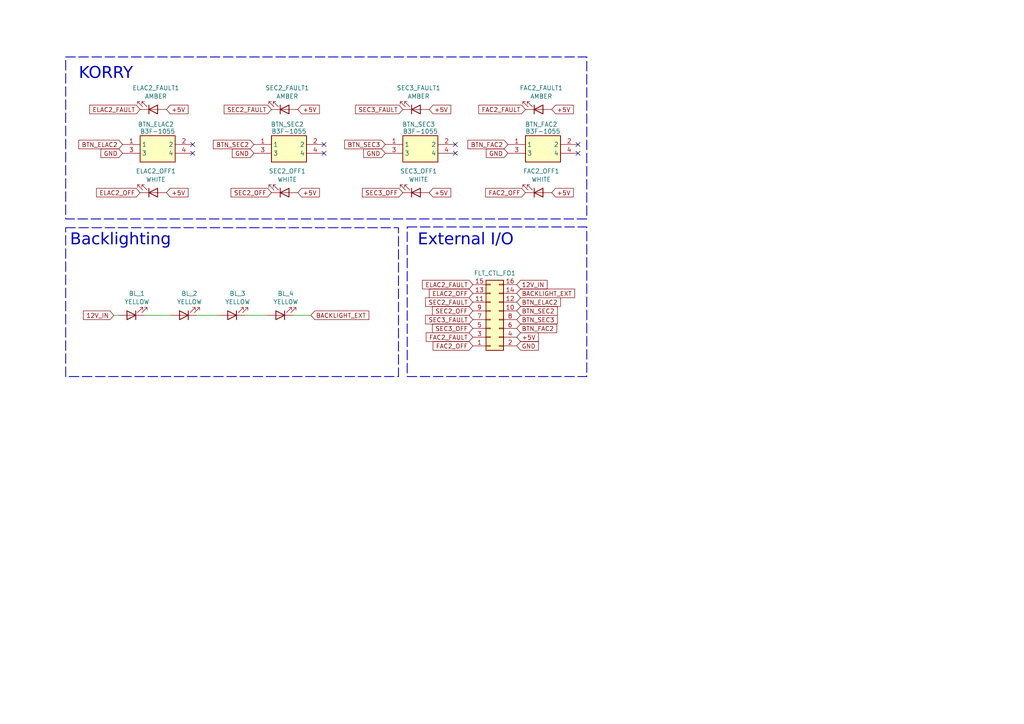
<source format=kicad_sch>
(kicad_sch (version 20231120) (generator "eeschema") (generator_version "8.0")
  (paper "A4")
  (title_block (title "FLT CTL FO Panel") (date "2024-11-17") (rev "V1.0") (company "S.K."))
  (lib_symbols
    (symbol "Connector_Generic:Conn_02x08_Odd_Even" (pin_names (offset 1.016) hide)
      (property "Reference" "J" (at 1.27 10.16 0))
      (property "Value" "Conn_02x08_Odd_Even" (at 1.27 -12.7 0))
      (symbol "Conn_02x08_Odd_Even_1_1"
        (rectangle (start -1.27 -10.033) (end 0 -10.287) (stroke (width 0.1524)))
        (rectangle (start -1.27 -7.493) (end 0 -7.747) (stroke (width 0.1524)))
        (rectangle (start -1.27 -4.953) (end 0 -5.207) (stroke (width 0.1524)))
        (rectangle (start -1.27 -2.413) (end 0 -2.667) (stroke (width 0.1524)))
        (rectangle (start -1.27 0.127) (end 0 -0.127) (stroke (width 0.1524)))
        (rectangle (start -1.27 2.667) (end 0 2.413) (stroke (width 0.1524)))
        (rectangle (start -1.27 5.207) (end 0 4.953) (stroke (width 0.1524)))
        (rectangle (start -1.27 7.747) (end 0 7.493) (stroke (width 0.1524)))
        (rectangle (start -1.27 8.89) (end 3.81 -11.43) (stroke (width 0.254)) (fill (type background)))
        (rectangle (start 3.81 -10.033) (end 2.54 -10.287) (stroke (width 0.1524)))
        (rectangle (start 3.81 -7.493) (end 2.54 -7.747) (stroke (width 0.1524)))
        (rectangle (start 3.81 -4.953) (end 2.54 -5.207) (stroke (width 0.1524)))
        (rectangle (start 3.81 -2.413) (end 2.54 -2.667) (stroke (width 0.1524)))
        (rectangle (start 3.81 0.127) (end 2.54 -0.127) (stroke (width 0.1524)))
        (rectangle (start 3.81 2.667) (end 2.54 2.413) (stroke (width 0.1524)))
        (rectangle (start 3.81 5.207) (end 2.54 4.953) (stroke (width 0.1524)))
        (rectangle (start 3.81 7.747) (end 2.54 7.493) (stroke (width 0.1524)))
        (pin passive line (at -5.08 7.62 0) (length 3.81) (name "Pin_1") (number "1"))
        (pin passive line (at 7.62 -2.54 180) (length 3.81) (name "Pin_10") (number "10"))
        (pin passive line (at -5.08 -5.08 0) (length 3.81) (name "Pin_11") (number "11"))
        (pin passive line (at 7.62 -5.08 180) (length 3.81) (name "Pin_12") (number "12"))
        (pin passive line (at -5.08 -7.62 0) (length 3.81) (name "Pin_13") (number "13"))
        (pin passive line (at 7.62 -7.62 180) (length 3.81) (name "Pin_14") (number "14"))
        (pin passive line (at -5.08 -10.16 0) (length 3.81) (name "Pin_15") (number "15"))
        (pin passive line (at 7.62 -10.16 180) (length 3.81) (name "Pin_16") (number "16"))
        (pin passive line (at 7.62 7.62 180) (length 3.81) (name "Pin_2") (number "2"))
        (pin passive line (at -5.08 5.08 0) (length 3.81) (name "Pin_3") (number "3"))
        (pin passive line (at 7.62 5.08 180) (length 3.81) (name "Pin_4") (number "4"))
        (pin passive line (at -5.08 2.54 0) (length 3.81) (name "Pin_5") (number "5"))
        (pin passive line (at 7.62 2.54 180) (length 3.81) (name "Pin_6") (number "6"))
        (pin passive line (at -5.08 0 0) (length 3.81) (name "Pin_7") (number "7"))
        (pin passive line (at 7.62 0 180) (length 3.81) (name "Pin_8") (number "8"))
        (pin passive line (at -5.08 -2.54 0) (length 3.81) (name "Pin_9") (number "9"))
      )
    )
    (symbol "Device:LED" (pin_numbers hide) (pin_names (offset 1.016) hide)
      (property "Reference" "D" (at 0 2.54 0))
      (property "Value" "LED" (at 0 -2.54 0))
      (symbol "LED_0_1"
        (polyline (pts (xy -1.27 -1.27) (xy -1.27 1.27)) (stroke (width 0.254)))
        (polyline (pts (xy -1.27 0) (xy 1.27 0)))
        (polyline (pts (xy 1.27 -1.27) (xy 1.27 1.27) (xy -1.27 0) (xy 1.27 -1.27)) (stroke (width 0.254)))
        (polyline (pts (xy -3.048 -0.762) (xy -4.572 -2.286) (xy -3.81 -2.286) (xy -4.572 -2.286) (xy -4.572 -1.524)))
        (polyline (pts (xy -1.778 -0.762) (xy -3.302 -2.286) (xy -2.54 -2.286) (xy -3.302 -2.286) (xy -3.302 -1.524)))
      )
      (symbol "LED_1_1"
        (pin passive line (at -3.81 0 0) (length 2.54) (name "K") (number "1"))
        (pin passive line (at 3.81 0 180) (length 2.54) (name "A") (number "2"))
      )
    )
    (symbol "SamacSys_Parts:B3F-1055"
      (property "Reference" "SW" (at 5.588 7.62 0))
      (property "Value" "B3F-1055" (at 5.334 5.08 0))
      (symbol "B3F-1055_1_1"
        (rectangle (start 5.08 2.54) (end 15.24 -5.08) (stroke (width 0.254)) (fill (type background)))
        (pin passive line (at 20.32 -2.54 180) (length 5.08) (name "1") (number "1"))
        (pin passive line (at 0 -2.54 0) (length 5.08) (name "2") (number "2"))
        (pin passive line (at 20.32 0 180) (length 5.08) (name "3") (number "3"))
        (pin passive line (at 0 0 0) (length 5.08) (name "4") (number "4"))
      )
    )
  )
  (no_connect (at 132.08 44.45))
  (no_connect (at 93.98 44.45))
  (no_connect (at 132.08 41.91))
  (no_connect (at 55.88 41.91))
  (no_connect (at 55.88 44.45))
  (no_connect (at 93.98 41.91))
  (no_connect (at 167.64 41.91))
  (no_connect (at 167.64 44.45))
  (wire (pts (xy 57.15 91.44) (xy 63.5 91.44)))
  (wire (pts (xy 85.09 91.44) (xy 90.17 91.44)))
  (wire (pts (xy 33.02 91.44) (xy 34.29 91.44)))
  (wire (pts (xy 41.91 91.44) (xy 49.53 91.44)))
  (wire (pts (xy 71.12 91.44) (xy 77.47 91.44)))
  (rectangle (start 19.0499 66.04) (end 115.57 109.22) (stroke (width 0.254) (type dash)))
  (rectangle (start 118.11 65.8234) (end 170.18 109.22) (stroke (width 0.254) (type dash)))
  (rectangle (start 19.05 16.51) (end 170.18 63.5) (stroke (width 0.254) (type dash)))
  (text "Backlighting" (at 20.32 68.58 0) (effects (font (size 3.3782 3.3782)) (justify left top)))
  (text "External I/O" (at 121.158 68.58 0) (effects (font (size 3.3782 3.3782)) (justify left top)))
  (text "KORRY" (at 22.86 20.32 0) (effects (font (size 3.3782 3.3782)) (justify left top)))
  (global_label "BTN_FAC2" (shape input) (at 149.86 95.25 0) (property "Intersheetrefs" "${INTERSHEET_REFS}" (effects (hide yes))))
  (global_label "GND" (shape input) (at 111.76 44.45 180) (property "Intersheetrefs" "${INTERSHEET_REFS}" (effects (hide yes))))
  (global_label "+5V" (shape input) (at 124.46 55.88 0) (property "Intersheetrefs" "${INTERSHEET_REFS}" (effects (hide yes))))
  (global_label "BTN_SEC2" (shape input) (at 73.66 41.91 180) (property "Intersheetrefs" "${INTERSHEET_REFS}" (effects (hide yes))))
  (global_label "BTN_SEC2" (shape input) (at 149.86 90.17 0) (property "Intersheetrefs" "${INTERSHEET_REFS}" (effects (hide yes))))
  (global_label "FAC2_FAULT" (shape input) (at 152.4 31.75 180) (property "Intersheetrefs" "${INTERSHEET_REFS}" (effects (hide yes))))
  (global_label "SEC2_OFF" (shape input) (at 78.74 55.88 180) (property "Intersheetrefs" "${INTERSHEET_REFS}" (effects (hide yes))))
  (global_label "BTN_FAC2" (shape input) (at 147.32 41.91 180) (property "Intersheetrefs" "${INTERSHEET_REFS}" (effects (hide yes))))
  (global_label "ELAC2_FAULT" (shape input) (at 40.64 31.75 180) (property "Intersheetrefs" "${INTERSHEET_REFS}" (effects (hide yes))))
  (global_label "BACKLIGHT_EXT" (shape input) (at 90.17 91.44 0) (property "Intersheetrefs" "${INTERSHEET_REFS}" (effects (hide yes))))
  (global_label "+5V" (shape input) (at 48.26 31.75 0) (property "Intersheetrefs" "${INTERSHEET_REFS}" (effects (hide yes))))
  (global_label "SEC3_OFF" (shape input) (at 137.16 95.25 180) (property "Intersheetrefs" "${INTERSHEET_REFS}" (effects (hide yes))))
  (global_label "ELAC2_OFF" (shape input) (at 40.64 55.88 180) (property "Intersheetrefs" "${INTERSHEET_REFS}" (effects (hide yes))))
  (global_label "SEC3_FAULT" (shape input) (at 137.16 92.71 180) (property "Intersheetrefs" "${INTERSHEET_REFS}" (effects (hide yes))))
  (global_label "SEC2_FAULT" (shape input) (at 78.74 31.75 180) (property "Intersheetrefs" "${INTERSHEET_REFS}" (effects (hide yes))))
  (global_label "+5V" (shape input) (at 124.46 31.75 0) (property "Intersheetrefs" "${INTERSHEET_REFS}" (effects (hide yes))))
  (global_label "12V_IN" (shape input) (at 33.02 91.44 180) (property "Intersheetrefs" "${INTERSHEET_REFS}" (effects (hide yes))))
  (global_label "ELAC2_OFF" (shape input) (at 137.16 85.09 180) (property "Intersheetrefs" "${INTERSHEET_REFS}" (effects (hide yes))))
  (global_label "SEC2_FAULT" (shape input) (at 137.16 87.63 180) (property "Intersheetrefs" "${INTERSHEET_REFS}" (effects (hide yes))))
  (global_label "+5V" (shape input) (at 86.36 55.88 0) (property "Intersheetrefs" "${INTERSHEET_REFS}" (effects (hide yes))))
  (global_label "BTN_ELAC2" (shape input) (at 149.86 87.63 0) (property "Intersheetrefs" "${INTERSHEET_REFS}" (effects (hide yes))))
  (global_label "+5V" (shape input) (at 160.02 31.75 0) (property "Intersheetrefs" "${INTERSHEET_REFS}" (effects (hide yes))))
  (global_label "+5V" (shape input) (at 160.02 55.88 0) (property "Intersheetrefs" "${INTERSHEET_REFS}" (effects (hide yes))))
  (global_label "GND" (shape input) (at 149.86 100.33 0) (property "Intersheetrefs" "${INTERSHEET_REFS}" (effects (hide yes))))
  (global_label "FAC2_OFF" (shape input) (at 137.16 100.33 180) (property "Intersheetrefs" "${INTERSHEET_REFS}" (effects (hide yes))))
  (global_label "+5V" (shape input) (at 149.86 97.79 0) (property "Intersheetrefs" "${INTERSHEET_REFS}" (effects (hide yes))))
  (global_label "SEC3_OFF" (shape input) (at 116.84 55.88 180) (property "Intersheetrefs" "${INTERSHEET_REFS}" (effects (hide yes))))
  (global_label "SEC3_FAULT" (shape input) (at 116.84 31.75 180) (property "Intersheetrefs" "${INTERSHEET_REFS}" (effects (hide yes))))
  (global_label "FAC2_OFF" (shape input) (at 152.4 55.88 180) (property "Intersheetrefs" "${INTERSHEET_REFS}" (effects (hide yes))))
  (global_label "+5V" (shape input) (at 86.36 31.75 0) (property "Intersheetrefs" "${INTERSHEET_REFS}" (effects (hide yes))))
  (global_label "BTN_SEC3" (shape input) (at 149.86 92.71 0) (property "Intersheetrefs" "${INTERSHEET_REFS}" (effects (hide yes))))
  (global_label "GND" (shape input) (at 147.32 44.45 180) (property "Intersheetrefs" "${INTERSHEET_REFS}" (effects (hide yes))))
  (global_label "12V_IN" (shape input) (at 149.86 82.55 0) (property "Intersheetrefs" "${INTERSHEET_REFS}" (effects (hide yes))))
  (global_label "ELAC2_FAULT" (shape input) (at 137.16 82.55 180) (property "Intersheetrefs" "${INTERSHEET_REFS}" (effects (hide yes))))
  (global_label "+5V" (shape input) (at 48.26 55.88 0) (property "Intersheetrefs" "${INTERSHEET_REFS}" (effects (hide yes))))
  (global_label "BACKLIGHT_EXT" (shape input) (at 149.86 85.09 0) (property "Intersheetrefs" "${INTERSHEET_REFS}" (effects (hide yes))))
  (global_label "GND" (shape input) (at 73.66 44.45 180) (property "Intersheetrefs" "${INTERSHEET_REFS}" (effects (hide yes))))
  (global_label "SEC2_OFF" (shape input) (at 137.16 90.17 180) (property "Intersheetrefs" "${INTERSHEET_REFS}" (effects (hide yes))))
  (global_label "FAC2_FAULT" (shape input) (at 137.16 97.79 180) (property "Intersheetrefs" "${INTERSHEET_REFS}" (effects (hide yes))))
  (global_label "BTN_ELAC2" (shape input) (at 35.56 41.91 180) (property "Intersheetrefs" "${INTERSHEET_REFS}" (effects (hide yes))))
  (global_label "GND" (shape input) (at 35.56 44.45 180) (property "Intersheetrefs" "${INTERSHEET_REFS}" (effects (hide yes))))
  (global_label "BTN_SEC3" (shape input) (at 111.76 41.91 180) (property "Intersheetrefs" "${INTERSHEET_REFS}" (effects (hide yes))))
  (symbol (lib_id "Device:LED") (at 53.34 91.44 180) (unit 1)
    (property "Reference" "BL_2" (at 54.9275 85.1365 0))
    (property "Value" "YELLOW" (at 54.9275 87.5608 0))
    (property "Footprint" "LED_THT:LED_D3.0mm" (effects (hide yes)))
    (property "Description" "Light emitting diode" (effects (hide yes)))
  )
  (symbol (lib_id "SamacSys_Parts:B3F-1055") (at 93.98 44.45 180) (unit 1)
    (property "Reference" "BTN_SEC2" (at 83.312 36.068 0))
    (property "Value" "B3F-1055" (at 83.82 38.1 0))
    (property "Footprint" "SamacSys_Parts:B3F1000" (effects (hide yes)))
    (property "Datasheet" "https://omronfs.omron.com/en_US/ecb/products/pdf/en-b3f.pdf" (effects (hide yes)))
    (property "Description" "OMRON ELECTRONIC COMPONENTS - B3F-1055 - SWITCH, TACTILE, SPST-NO, 50mA, THOUGH HOLE" (effects (hide yes)))
    (property "Mouser Part Number" "653-B3F-1055" (effects (hide yes)))
    (property "Mouser Price/Stock" "https://www.mouser.co.uk/ProductDetail/Omron-Electronics/B3F-1055?qs=1tDaWCEHQQ77i2BzV2Yqkw%3D%3D" (effects (hide yes)))
    (property "Manufacturer_Name" "Omron Electronics" (effects (hide yes)))
    (property "Manufacturer_Part_Number" "B3F-1055" (effects (hide yes)))
  )
  (symbol (lib_id "Device:LED") (at 156.21 55.88 0) (mirror x) (unit 1)
    (property "Reference" "FAC2_OFF1" (at 156.972 49.6457 0))
    (property "Value" "WHITE" (at 156.972 52.07 0))
    (property "Footprint" "LED_THT:LED_D3.0mm" (effects (hide yes)))
    (property "Description" "Light emitting diode" (effects (hide yes)))
  )
  (symbol (lib_id "Device:LED") (at 67.31 91.44 180) (unit 1)
    (property "Reference" "BL_3" (at 68.8975 85.1365 0))
    (property "Value" "YELLOW" (at 68.8975 87.5608 0))
    (property "Footprint" "LED_THT:LED_D3.0mm" (effects (hide yes)))
    (property "Description" "Light emitting diode" (effects (hide yes)))
  )
  (symbol (lib_id "Device:LED") (at 156.21 31.75 0) (mirror x) (unit 1)
    (property "Reference" "FAC2_FAULT1" (at 156.972 25.5157 0))
    (property "Value" "AMBER" (at 156.972 27.94 0))
    (property "Footprint" "LED_THT:LED_D3.0mm" (effects (hide yes)))
    (property "Description" "Light emitting diode" (effects (hide yes)))
  )
  (symbol (lib_id "Device:LED") (at 120.65 55.88 0) (mirror x) (unit 1)
    (property "Reference" "SEC3_OFF1" (at 121.412 49.6457 0))
    (property "Value" "WHITE" (at 121.412 52.07 0))
    (property "Footprint" "LED_THT:LED_D3.0mm" (effects (hide yes)))
    (property "Description" "Light emitting diode" (effects (hide yes)))
  )
  (symbol (lib_id "SamacSys_Parts:B3F-1055") (at 132.08 44.45 180) (unit 1)
    (property "Reference" "BTN_SEC3" (at 121.412 36.068 0))
    (property "Value" "B3F-1055" (at 121.92 38.1 0))
    (property "Footprint" "SamacSys_Parts:B3F1000" (effects (hide yes)))
    (property "Datasheet" "https://omronfs.omron.com/en_US/ecb/products/pdf/en-b3f.pdf" (effects (hide yes)))
    (property "Description" "OMRON ELECTRONIC COMPONENTS - B3F-1055 - SWITCH, TACTILE, SPST-NO, 50mA, THOUGH HOLE" (effects (hide yes)))
    (property "Mouser Part Number" "653-B3F-1055" (effects (hide yes)))
    (property "Mouser Price/Stock" "https://www.mouser.co.uk/ProductDetail/Omron-Electronics/B3F-1055?qs=1tDaWCEHQQ77i2BzV2Yqkw%3D%3D" (effects (hide yes)))
    (property "Manufacturer_Name" "Omron Electronics" (effects (hide yes)))
    (property "Manufacturer_Part_Number" "B3F-1055" (effects (hide yes)))
  )
  (symbol (lib_id "SamacSys_Parts:B3F-1055") (at 55.88 44.45 180) (unit 1)
    (property "Reference" "BTN_ELAC2" (at 45.212 36.068 0))
    (property "Value" "B3F-1055" (at 45.72 38.1 0))
    (property "Footprint" "SamacSys_Parts:B3F1000" (effects (hide yes)))
    (property "Datasheet" "https://omronfs.omron.com/en_US/ecb/products/pdf/en-b3f.pdf" (effects (hide yes)))
    (property "Description" "OMRON ELECTRONIC COMPONENTS - B3F-1055 - SWITCH, TACTILE, SPST-NO, 50mA, THOUGH HOLE" (effects (hide yes)))
    (property "Mouser Part Number" "653-B3F-1055" (effects (hide yes)))
    (property "Mouser Price/Stock" "https://www.mouser.co.uk/ProductDetail/Omron-Electronics/B3F-1055?qs=1tDaWCEHQQ77i2BzV2Yqkw%3D%3D" (effects (hide yes)))
    (property "Manufacturer_Name" "Omron Electronics" (effects (hide yes)))
    (property "Manufacturer_Part_Number" "B3F-1055" (effects (hide yes)))
  )
  (symbol (lib_id "Device:LED") (at 82.55 55.88 0) (mirror x) (unit 1)
    (property "Reference" "SEC2_OFF1" (at 83.312 49.6457 0))
    (property "Value" "WHITE" (at 83.312 52.07 0))
    (property "Footprint" "LED_THT:LED_D3.0mm" (effects (hide yes)))
    (property "Description" "Light emitting diode" (effects (hide yes)))
  )
  (symbol (lib_id "Device:LED") (at 38.1 91.44 180) (unit 1)
    (property "Reference" "BL_1" (at 39.6875 85.1365 0))
    (property "Value" "YELLOW" (at 39.6875 87.5608 0))
    (property "Footprint" "LED_THT:LED_D3.0mm" (effects (hide yes)))
    (property "Description" "Light emitting diode" (effects (hide yes)))
  )
  (symbol (lib_id "Device:LED") (at 44.45 31.75 0) (mirror x) (unit 1)
    (property "Reference" "ELAC2_FAULT1" (at 45.212 25.5157 0))
    (property "Value" "AMBER" (at 45.212 27.94 0))
    (property "Footprint" "LED_THT:LED_D3.0mm" (effects (hide yes)))
    (property "Description" "Light emitting diode" (effects (hide yes)))
  )
  (symbol (lib_id "Connector_Generic:Conn_02x08_Odd_Even") (at 142.24 92.71 0) (mirror x) (unit 1)
    (property "Reference" "FLT_CTL_FO1" (at 143.51 79.248 0))
    (property "Value" "Pin Header" (effects (hide yes)))
    (property "Footprint" "Connector_IDC:IDC-Header_2x08_P2.54mm_Vertical" (effects (hide yes)))
    (property "Description" "Generic connector, double row, 02x08, odd/even pin numbering scheme (row 1 odd numbers, row 2 even numbers), script generated (kicad-library-utils/schlib/autogen/connector/)" (effects (hide yes)))
  )
  (symbol (lib_id "Device:LED") (at 120.65 31.75 0) (mirror x) (unit 1)
    (property "Reference" "SEC3_FAULT1" (at 121.412 25.5157 0))
    (property "Value" "AMBER" (at 121.412 27.94 0))
    (property "Footprint" "LED_THT:LED_D3.0mm" (effects (hide yes)))
    (property "Description" "Light emitting diode" (effects (hide yes)))
  )
  (symbol (lib_id "Device:LED") (at 44.45 55.88 0) (mirror x) (unit 1)
    (property "Reference" "ELAC2_OFF1" (at 45.212 49.6457 0))
    (property "Value" "WHITE" (at 45.212 52.07 0))
    (property "Footprint" "LED_THT:LED_D3.0mm" (effects (hide yes)))
    (property "Description" "Light emitting diode" (effects (hide yes)))
  )
  (symbol (lib_id "Device:LED") (at 82.55 31.75 0) (mirror x) (unit 1)
    (property "Reference" "SEC2_FAULT1" (at 83.312 25.5157 0))
    (property "Value" "AMBER" (at 83.312 27.94 0))
    (property "Footprint" "LED_THT:LED_D3.0mm" (effects (hide yes)))
    (property "Description" "Light emitting diode" (effects (hide yes)))
  )
  (symbol (lib_id "Device:LED") (at 81.28 91.44 180) (unit 1)
    (property "Reference" "BL_4" (at 82.8675 85.1365 0))
    (property "Value" "YELLOW" (at 82.8675 87.5608 0))
    (property "Footprint" "LED_THT:LED_D3.0mm" (effects (hide yes)))
    (property "Description" "Light emitting diode" (effects (hide yes)))
  )
  (symbol (lib_id "SamacSys_Parts:B3F-1055") (at 167.64 44.45 180) (unit 1)
    (property "Reference" "BTN_FAC2" (at 156.972 36.068 0))
    (property "Value" "B3F-1055" (at 157.48 38.1 0))
    (property "Footprint" "SamacSys_Parts:B3F1000" (effects (hide yes)))
    (property "Datasheet" "https://omronfs.omron.com/en_US/ecb/products/pdf/en-b3f.pdf" (effects (hide yes)))
    (property "Description" "OMRON ELECTRONIC COMPONENTS - B3F-1055 - SWITCH, TACTILE, SPST-NO, 50mA, THOUGH HOLE" (effects (hide yes)))
    (property "Mouser Part Number" "653-B3F-1055" (effects (hide yes)))
    (property "Mouser Price/Stock" "https://www.mouser.co.uk/ProductDetail/Omron-Electronics/B3F-1055?qs=1tDaWCEHQQ77i2BzV2Yqkw%3D%3D" (effects (hide yes)))
    (property "Manufacturer_Name" "Omron Electronics" (effects (hide yes)))
    (property "Manufacturer_Part_Number" "B3F-1055" (effects (hide yes)))
  )
)
</source>
